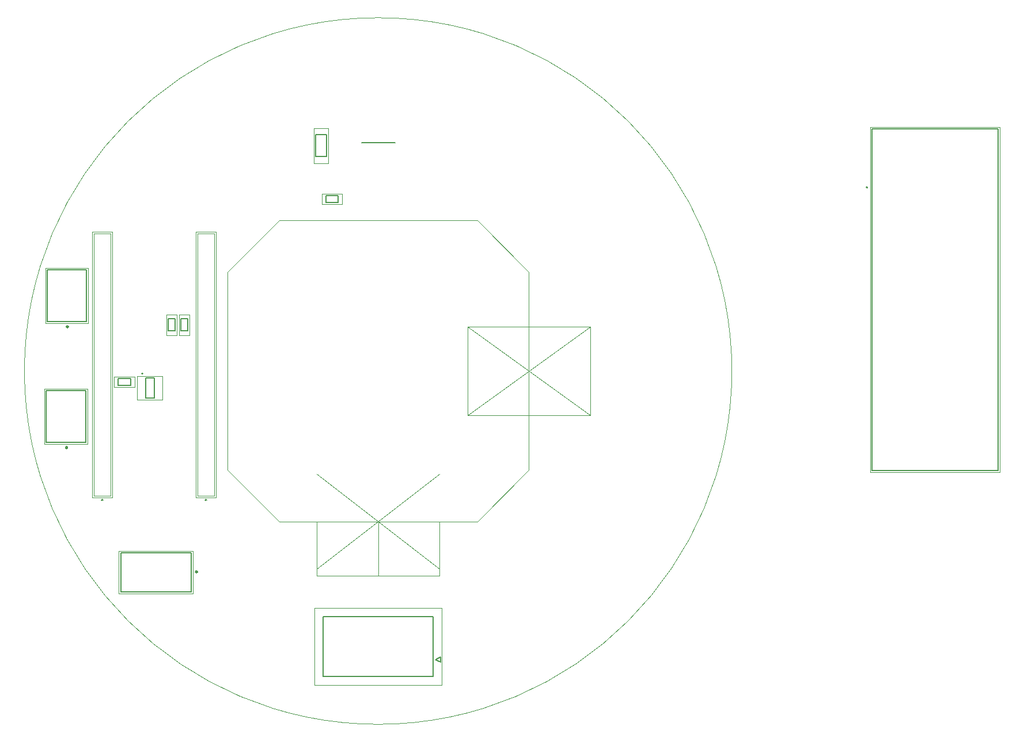
<source format=gbp>
G04*
G04 #@! TF.GenerationSoftware,Altium Limited,Altium Designer,20.0.10 (225)*
G04*
G04 Layer_Color=128*
%FSLAX25Y25*%
%MOIN*%
G70*
G01*
G75*
%ADD10C,0.01181*%
%ADD11C,0.00787*%
%ADD12C,0.00500*%
%ADD13C,0.00600*%
%ADD15C,0.00050*%
%ADD16C,0.00394*%
%ADD17C,0.00197*%
D10*
X56287Y191890D02*
G03*
X56287Y191890I-394J0D01*
G01*
X56787Y261890D02*
G03*
X56787Y261890I-394J0D01*
G01*
X131504Y119894D02*
G03*
X131504Y119894I-394J0D01*
G01*
D11*
X519524Y342622D02*
G03*
X519524Y342622I-394J0D01*
G01*
X136894Y161437D02*
G03*
X136894Y161437I-394J0D01*
G01*
X76894D02*
G03*
X76894Y161437I-394J0D01*
G01*
X100167Y234751D02*
G03*
X100167Y234751I-394J0D01*
G01*
D12*
X44161Y195000D02*
Y225000D01*
X66996D01*
Y195000D02*
Y225000D01*
X44161Y195000D02*
X66996D01*
X118786Y259457D02*
Y266543D01*
X114849Y259457D02*
Y266543D01*
Y259457D02*
X118786D01*
X114849Y266543D02*
X118786D01*
X200150Y373104D02*
X206449D01*
X200150Y360506D02*
X206449D01*
Y373104D01*
X200150Y360506D02*
Y373104D01*
X522004Y376658D02*
X594996D01*
Y178665D02*
Y376658D01*
X522004Y178665D02*
X594996D01*
X522004D02*
Y376658D01*
X205957Y337968D02*
X213043D01*
X205957Y334032D02*
X213043D01*
Y337968D01*
X205957Y334032D02*
Y337968D01*
X44661Y265000D02*
Y295000D01*
X67496D01*
Y265000D02*
Y295000D01*
X44661Y265000D02*
X67496D01*
X204492Y59276D02*
X268075D01*
Y93803D01*
X204492D02*
X268075D01*
X204492Y59276D02*
Y93803D01*
X272228Y67425D02*
Y70575D01*
X269472Y69000D02*
X272228Y70575D01*
X269472Y69000D02*
X272228Y67425D01*
X87500Y108161D02*
X128000D01*
X87500D02*
Y131000D01*
X128000D01*
Y108161D02*
Y131000D01*
X122031Y259457D02*
Y266543D01*
X125969Y259457D02*
Y266543D01*
X122031D02*
X125969D01*
X122031Y259457D02*
X125969D01*
X85834Y231968D02*
X92920D01*
X85834Y228031D02*
X92920D01*
Y231968D01*
X85834Y228031D02*
Y231968D01*
X101604Y232133D02*
X106722D01*
X101604Y220715D02*
Y232133D01*
Y220715D02*
X106722D01*
Y232133D01*
D13*
X226800Y368700D02*
X246200D01*
D15*
X440970Y236245D02*
G03*
X440970Y236245I-204724J0D01*
G01*
X236245Y117545D02*
Y149041D01*
Y117545D02*
X271678D01*
Y149041D01*
X236245D02*
X271678D01*
X236245Y117545D02*
Y149041D01*
X200812Y117545D02*
X236245D01*
X200812D02*
Y149041D01*
X236245D01*
X288017Y261836D02*
X358883Y210655D01*
X288017D02*
X358883Y261836D01*
Y210655D02*
Y261836D01*
X288017Y210655D02*
X358883D01*
X288017D02*
Y261836D01*
X358883D01*
X200812Y176600D02*
X271678Y121482D01*
X200812D02*
X271678Y176600D01*
X293585Y149041D02*
X323450Y178906D01*
X178906Y149041D02*
X293585D01*
X149041Y178906D02*
X178906Y149041D01*
X149041Y178906D02*
Y293585D01*
X178906Y323450D01*
X293585D01*
X323450Y293585D01*
Y178906D02*
Y293585D01*
D16*
X131750Y316004D02*
X141250D01*
X131750Y163996D02*
Y316004D01*
Y163996D02*
X141250D01*
Y316004D01*
X131750D02*
X141250D01*
X131750Y163996D02*
Y316004D01*
Y163996D02*
X141250D01*
X71750Y316004D02*
X81250D01*
X71750Y163996D02*
Y316004D01*
Y163996D02*
X81250D01*
Y316004D01*
X71750D02*
X81250D01*
X71750Y163996D02*
Y316004D01*
Y163996D02*
X81250D01*
D17*
X43177Y194016D02*
Y225984D01*
X67980D01*
Y194016D02*
Y225984D01*
X43177Y194016D02*
X67980D01*
X119810Y257055D02*
Y268945D01*
X113826Y257055D02*
X119810D01*
X113826D02*
Y268945D01*
X119810D01*
X199166Y377041D02*
X207433D01*
X199166Y356569D02*
Y377041D01*
Y356569D02*
X207433D01*
Y377041D01*
X521020Y377642D02*
X595980D01*
Y177681D02*
Y377642D01*
X521020Y177681D02*
X595980D01*
X521020D02*
Y377642D01*
X203555Y338992D02*
X215445D01*
Y333008D02*
Y338992D01*
X203555Y333008D02*
X215445D01*
X203555D02*
Y338992D01*
X142234Y163012D02*
Y316988D01*
X130766D02*
X142234D01*
X130766Y163012D02*
Y316988D01*
Y163012D02*
X142234D01*
X82234D02*
Y316988D01*
X70766D02*
X82234D01*
X70766Y163012D02*
Y316988D01*
Y163012D02*
X82234D01*
X43677Y264016D02*
Y295984D01*
X68480D01*
Y264016D02*
Y295984D01*
X43677Y264016D02*
X68480D01*
X199492Y98803D02*
X273075D01*
Y54276D02*
Y98803D01*
X199492Y54276D02*
X273075D01*
X199492D02*
Y98803D01*
X86000Y107177D02*
X128984D01*
X86016D02*
Y131980D01*
X86000D02*
X128984D01*
Y107177D02*
Y131980D01*
X121008Y257055D02*
Y268945D01*
X126992D01*
Y257055D02*
Y268945D01*
X121008Y257055D02*
X126992D01*
X83432Y232992D02*
X95322D01*
Y227008D02*
Y232992D01*
X83432Y227008D02*
X95322D01*
X83432D02*
Y232992D01*
X111506Y219731D02*
Y233117D01*
X96821Y219731D02*
X111506D01*
X96821D02*
Y233117D01*
X111506D01*
M02*

</source>
